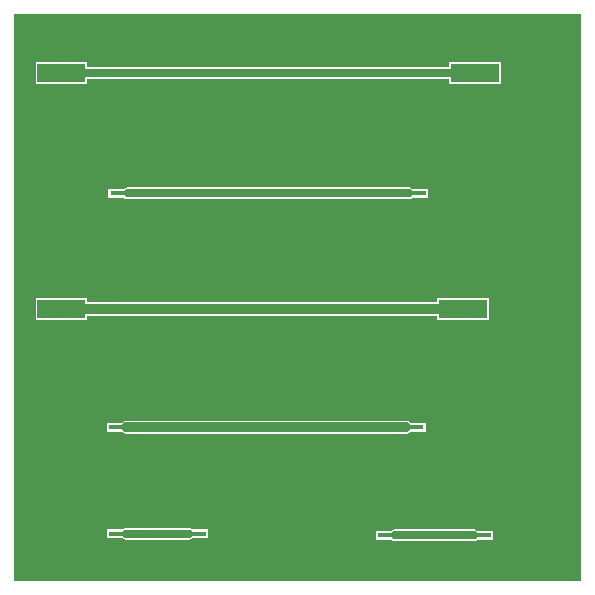
<source format=gtl>
G04*
G04 #@! TF.GenerationSoftware,Altium Limited,Altium Designer,24.5.2 (23)*
G04*
G04 Layer_Physical_Order=1*
G04 Layer_Color=255*
%FSLAX25Y25*%
%MOIN*%
G70*
G04*
G04 #@! TF.SameCoordinates,1BA70C70-AC76-4000-BBC4-16FF1EE58307*
G04*
G04*
G04 #@! TF.FilePolarity,Positive*
G04*
G01*
G75*
%ADD12R,0.11811X0.01800*%
%ADD13R,0.11811X0.08300*%
%ADD14O,0.05512X0.03937*%
%ADD15R,0.16000X0.07000*%
%ADD16R,0.16000X0.06000*%
%ADD22C,0.02700*%
%ADD23C,0.03200*%
%ADD24C,0.02400*%
G36*
X192913Y3937D02*
X3937D01*
Y192913D01*
X192913D01*
Y3937D01*
D02*
G37*
%LPC*%
G36*
X166080Y176828D02*
X148880D01*
Y175216D01*
X28285D01*
Y176828D01*
X11085D01*
Y169628D01*
X28285D01*
Y171240D01*
X148880D01*
Y169628D01*
X166080D01*
Y176828D01*
D02*
G37*
G36*
X135433Y135059D02*
X41732D01*
X40971Y134908D01*
X40467Y134571D01*
X35227D01*
Y131571D01*
X40467D01*
X40971Y131234D01*
X41732Y131083D01*
X135433D01*
X136194Y131234D01*
X136698Y131571D01*
X141939D01*
Y134571D01*
X136698D01*
X136194Y134908D01*
X135433Y135059D01*
D02*
G37*
G36*
X162143Y98088D02*
X144943D01*
Y96731D01*
X28285D01*
Y98088D01*
X11085D01*
Y90888D01*
X28285D01*
Y92245D01*
X144943D01*
Y90888D01*
X162143D01*
Y98088D01*
D02*
G37*
G36*
X134646Y57361D02*
X41339D01*
X40480Y57191D01*
X39753Y56704D01*
X39695Y56618D01*
X34833D01*
Y53618D01*
X39695D01*
X39753Y53532D01*
X40480Y53046D01*
X41339Y52875D01*
X134646D01*
X135504Y53046D01*
X136232Y53532D01*
X136289Y53618D01*
X141151D01*
Y56618D01*
X136289D01*
X136232Y56704D01*
X135504Y57191D01*
X134646Y57361D01*
D02*
G37*
G36*
X62094Y21673D02*
X41339D01*
X40578Y21522D01*
X40074Y21185D01*
X34833D01*
Y18185D01*
X40074D01*
X40578Y17848D01*
X41339Y17697D01*
X41339Y17697D01*
X62094D01*
X62855Y17848D01*
X63359Y18185D01*
X68600D01*
Y21185D01*
X63359D01*
X62855Y21522D01*
X62094Y21673D01*
D02*
G37*
G36*
X157079Y21075D02*
X130921D01*
X130160Y20923D01*
X129656Y20587D01*
X124416D01*
Y17587D01*
X129656D01*
X130160Y17250D01*
X130921Y17098D01*
X157079D01*
X157840Y17250D01*
X158344Y17587D01*
X163584D01*
Y20587D01*
X158344D01*
X157840Y20923D01*
X157079Y21075D01*
D02*
G37*
%LPD*%
D12*
X41339Y19685D02*
D03*
X130921Y19087D02*
D03*
X41339Y55118D02*
D03*
X62094Y19685D02*
D03*
X157079Y19087D02*
D03*
X134646Y55118D02*
D03*
X135433Y133071D02*
D03*
X41732D02*
D03*
D13*
X23622Y19685D02*
D03*
X113205Y19087D02*
D03*
X23622Y55118D02*
D03*
X79811Y19685D02*
D03*
X174795Y19087D02*
D03*
X152362Y55118D02*
D03*
X153150Y133071D02*
D03*
X24016D02*
D03*
D14*
X11417Y26772D02*
D03*
Y12598D02*
D03*
X101000Y26173D02*
D03*
Y12000D02*
D03*
X11417Y62205D02*
D03*
Y48031D02*
D03*
X92016Y26772D02*
D03*
Y12598D02*
D03*
X187000Y12000D02*
D03*
Y26173D02*
D03*
X164567Y62205D02*
D03*
Y48031D02*
D03*
X165354Y125984D02*
D03*
Y140157D02*
D03*
X11811D02*
D03*
Y125984D02*
D03*
D15*
X157480Y183228D02*
D03*
Y163228D02*
D03*
X19685D02*
D03*
Y183228D02*
D03*
Y84488D02*
D03*
Y104488D02*
D03*
X153543D02*
D03*
Y84488D02*
D03*
D16*
X157480Y173228D02*
D03*
X19685D02*
D03*
Y94488D02*
D03*
X153543D02*
D03*
D22*
X130921Y19087D02*
X157079D01*
X41339Y19685D02*
X62094D01*
X41339Y19685D02*
X41339Y19685D01*
X41732Y133071D02*
X135433D01*
X19685Y173228D02*
X157480D01*
D23*
X41339Y55118D02*
X134646D01*
X19685Y94488D02*
X153543D01*
D24*
X64622Y23685D02*
D03*
Y15685D02*
D03*
X59622Y23685D02*
D03*
Y15685D02*
D03*
X54622Y23685D02*
D03*
Y15685D02*
D03*
X49622Y23685D02*
D03*
Y15685D02*
D03*
X44622Y23685D02*
D03*
Y15685D02*
D03*
X39622Y23685D02*
D03*
Y15685D02*
D03*
X34622D02*
D03*
Y23685D02*
D03*
X159205Y23087D02*
D03*
Y15087D02*
D03*
X154205Y23087D02*
D03*
Y15087D02*
D03*
X149205Y23087D02*
D03*
Y15087D02*
D03*
X144205Y23087D02*
D03*
Y15087D02*
D03*
X139205Y23087D02*
D03*
Y15087D02*
D03*
X134205Y23087D02*
D03*
Y15087D02*
D03*
X129205Y23087D02*
D03*
Y15087D02*
D03*
X124205D02*
D03*
Y23087D02*
D03*
X183685Y190228D02*
D03*
X177685D02*
D03*
X171685D02*
D03*
X185685Y6228D02*
D03*
X180685D02*
D03*
X175685D02*
D03*
X190000Y10000D02*
D03*
Y45000D02*
D03*
Y40000D02*
D03*
Y35000D02*
D03*
Y30000D02*
D03*
Y25000D02*
D03*
Y20000D02*
D03*
Y15000D02*
D03*
X5685Y25228D02*
D03*
Y20228D02*
D03*
Y15228D02*
D03*
Y10228D02*
D03*
X190000Y185000D02*
D03*
Y180000D02*
D03*
Y175000D02*
D03*
Y170000D02*
D03*
Y165000D02*
D03*
Y160000D02*
D03*
Y155000D02*
D03*
Y150000D02*
D03*
Y145000D02*
D03*
Y140000D02*
D03*
Y135000D02*
D03*
Y130000D02*
D03*
Y125000D02*
D03*
Y120000D02*
D03*
Y115000D02*
D03*
Y110000D02*
D03*
Y105000D02*
D03*
Y100000D02*
D03*
Y95000D02*
D03*
Y90000D02*
D03*
Y85000D02*
D03*
Y80000D02*
D03*
Y75000D02*
D03*
Y70000D02*
D03*
Y65000D02*
D03*
Y60000D02*
D03*
Y55000D02*
D03*
Y50000D02*
D03*
Y45000D02*
D03*
X5685Y190228D02*
D03*
Y185228D02*
D03*
Y180228D02*
D03*
Y175228D02*
D03*
Y170228D02*
D03*
Y165228D02*
D03*
Y160228D02*
D03*
Y155228D02*
D03*
Y150228D02*
D03*
Y145228D02*
D03*
Y140228D02*
D03*
Y135228D02*
D03*
Y130228D02*
D03*
Y125228D02*
D03*
Y120228D02*
D03*
Y115228D02*
D03*
Y110228D02*
D03*
Y105228D02*
D03*
Y100228D02*
D03*
Y95228D02*
D03*
Y90228D02*
D03*
Y85228D02*
D03*
Y80228D02*
D03*
Y75228D02*
D03*
Y70228D02*
D03*
Y65228D02*
D03*
Y60228D02*
D03*
Y55228D02*
D03*
Y50228D02*
D03*
Y45228D02*
D03*
Y40228D02*
D03*
Y35228D02*
D03*
Y30228D02*
D03*
X190000Y190000D02*
D03*
X165685Y190228D02*
D03*
X160685D02*
D03*
X155685D02*
D03*
X150685D02*
D03*
X145685D02*
D03*
X140685D02*
D03*
X135685D02*
D03*
X130685D02*
D03*
X125685D02*
D03*
X120685D02*
D03*
X115685D02*
D03*
X110685D02*
D03*
X105685D02*
D03*
X100685D02*
D03*
X95685D02*
D03*
X90685D02*
D03*
X85685D02*
D03*
X80685D02*
D03*
X75685D02*
D03*
X70685D02*
D03*
X65685D02*
D03*
X60685D02*
D03*
X55685D02*
D03*
X50685D02*
D03*
X45685D02*
D03*
X40685D02*
D03*
X35685D02*
D03*
X30685D02*
D03*
X25685D02*
D03*
X20685D02*
D03*
X15685D02*
D03*
X10685D02*
D03*
X170685Y6228D02*
D03*
X165685D02*
D03*
X160685D02*
D03*
X155685D02*
D03*
X150685D02*
D03*
X145685D02*
D03*
X140685D02*
D03*
X135685D02*
D03*
X130685D02*
D03*
X125685D02*
D03*
X120685D02*
D03*
X115685D02*
D03*
X110685D02*
D03*
X105685D02*
D03*
X100685D02*
D03*
X95685D02*
D03*
X90685D02*
D03*
X85685D02*
D03*
X80685D02*
D03*
X75685D02*
D03*
X70685D02*
D03*
X65685D02*
D03*
X60685D02*
D03*
X55685D02*
D03*
X50685D02*
D03*
X45685D02*
D03*
X40685D02*
D03*
X35685D02*
D03*
X30685D02*
D03*
X25685D02*
D03*
X20685D02*
D03*
X15685D02*
D03*
X10685D02*
D03*
X5685D02*
D03*
X34622Y59118D02*
D03*
Y51118D02*
D03*
X39622D02*
D03*
Y59118D02*
D03*
X44622Y51118D02*
D03*
Y59118D02*
D03*
X49622Y51118D02*
D03*
Y59118D02*
D03*
X54622Y51118D02*
D03*
Y59118D02*
D03*
X59622Y51118D02*
D03*
Y59118D02*
D03*
X64622Y51118D02*
D03*
Y59118D02*
D03*
X69622Y51118D02*
D03*
Y59118D02*
D03*
X74622Y51118D02*
D03*
Y59118D02*
D03*
X79622Y51118D02*
D03*
Y59118D02*
D03*
X84622Y51118D02*
D03*
Y59118D02*
D03*
X89622Y51118D02*
D03*
Y59118D02*
D03*
X94622Y51118D02*
D03*
Y59118D02*
D03*
X99622Y51118D02*
D03*
Y59118D02*
D03*
X104622Y51118D02*
D03*
Y59118D02*
D03*
X109622Y51118D02*
D03*
Y59118D02*
D03*
X114622Y51118D02*
D03*
Y59118D02*
D03*
X119622Y51118D02*
D03*
Y59118D02*
D03*
X124622Y51118D02*
D03*
Y59118D02*
D03*
X129622Y51118D02*
D03*
Y59118D02*
D03*
X134622Y51118D02*
D03*
Y59118D02*
D03*
X139622Y51118D02*
D03*
Y59118D02*
D03*
X144622Y51118D02*
D03*
Y59118D02*
D03*
X35016Y137071D02*
D03*
Y129071D02*
D03*
X40016D02*
D03*
Y137071D02*
D03*
X45016Y129071D02*
D03*
Y137071D02*
D03*
X50016Y129071D02*
D03*
Y137071D02*
D03*
X55016Y129071D02*
D03*
Y137071D02*
D03*
X60016Y129071D02*
D03*
Y137071D02*
D03*
X65016Y129071D02*
D03*
Y137071D02*
D03*
X70016Y129071D02*
D03*
Y137071D02*
D03*
X75016Y129071D02*
D03*
Y137071D02*
D03*
X80016Y129071D02*
D03*
Y137071D02*
D03*
X85016Y129071D02*
D03*
Y137071D02*
D03*
X90016Y129071D02*
D03*
Y137071D02*
D03*
X95016Y129071D02*
D03*
Y137071D02*
D03*
X100016Y129071D02*
D03*
Y137071D02*
D03*
X105016Y129071D02*
D03*
Y137071D02*
D03*
X110016Y129071D02*
D03*
Y137071D02*
D03*
X115016Y129071D02*
D03*
Y137071D02*
D03*
X120016Y129071D02*
D03*
Y137071D02*
D03*
X125016Y129071D02*
D03*
Y137071D02*
D03*
X130016Y129071D02*
D03*
Y137071D02*
D03*
X135016Y129071D02*
D03*
Y137071D02*
D03*
X140016Y129071D02*
D03*
Y137071D02*
D03*
X145016Y129071D02*
D03*
Y137071D02*
D03*
X30685Y98488D02*
D03*
Y90488D02*
D03*
X35685D02*
D03*
Y98488D02*
D03*
X40685Y90488D02*
D03*
Y98488D02*
D03*
X45685Y90488D02*
D03*
Y98488D02*
D03*
X50685Y90488D02*
D03*
Y98488D02*
D03*
X55685Y90488D02*
D03*
Y98488D02*
D03*
X60685Y90488D02*
D03*
Y98488D02*
D03*
X65685Y90488D02*
D03*
Y98488D02*
D03*
X70685Y90488D02*
D03*
Y98488D02*
D03*
X75685Y90488D02*
D03*
Y98488D02*
D03*
X80685Y90488D02*
D03*
Y98488D02*
D03*
X85685Y90488D02*
D03*
Y98488D02*
D03*
X90685Y90488D02*
D03*
Y98488D02*
D03*
X95685Y90488D02*
D03*
Y98488D02*
D03*
X100685Y90488D02*
D03*
Y98488D02*
D03*
X105685Y90488D02*
D03*
Y98488D02*
D03*
X110685Y90488D02*
D03*
Y98488D02*
D03*
X115685Y90488D02*
D03*
Y98488D02*
D03*
X120685Y90488D02*
D03*
Y98488D02*
D03*
X125685Y90488D02*
D03*
Y98488D02*
D03*
X130685Y90488D02*
D03*
Y98488D02*
D03*
X135685Y90488D02*
D03*
Y98488D02*
D03*
X140685Y90488D02*
D03*
Y98488D02*
D03*
X145685Y177228D02*
D03*
Y169228D02*
D03*
X140685Y177228D02*
D03*
Y169228D02*
D03*
X135685Y177228D02*
D03*
Y169228D02*
D03*
X130685Y177228D02*
D03*
Y169228D02*
D03*
X125685Y177228D02*
D03*
Y169228D02*
D03*
X120685Y177228D02*
D03*
Y169228D02*
D03*
X115685Y177228D02*
D03*
Y169228D02*
D03*
X110685Y177228D02*
D03*
Y169228D02*
D03*
X105685Y177228D02*
D03*
Y169228D02*
D03*
X100685Y177228D02*
D03*
Y169228D02*
D03*
X95685Y177228D02*
D03*
Y169228D02*
D03*
X90685Y177228D02*
D03*
Y169228D02*
D03*
X85685Y177228D02*
D03*
Y169228D02*
D03*
X80685Y177228D02*
D03*
Y169228D02*
D03*
X75685Y177228D02*
D03*
Y169228D02*
D03*
X70685Y177228D02*
D03*
Y169228D02*
D03*
X65685Y177228D02*
D03*
Y169228D02*
D03*
X60685Y177228D02*
D03*
Y169228D02*
D03*
X55685Y177228D02*
D03*
Y169228D02*
D03*
X50685Y177228D02*
D03*
Y169228D02*
D03*
X45685Y177228D02*
D03*
Y169228D02*
D03*
X40685Y177228D02*
D03*
Y169228D02*
D03*
X35685Y177228D02*
D03*
Y169228D02*
D03*
X30685D02*
D03*
Y177228D02*
D03*
M02*

</source>
